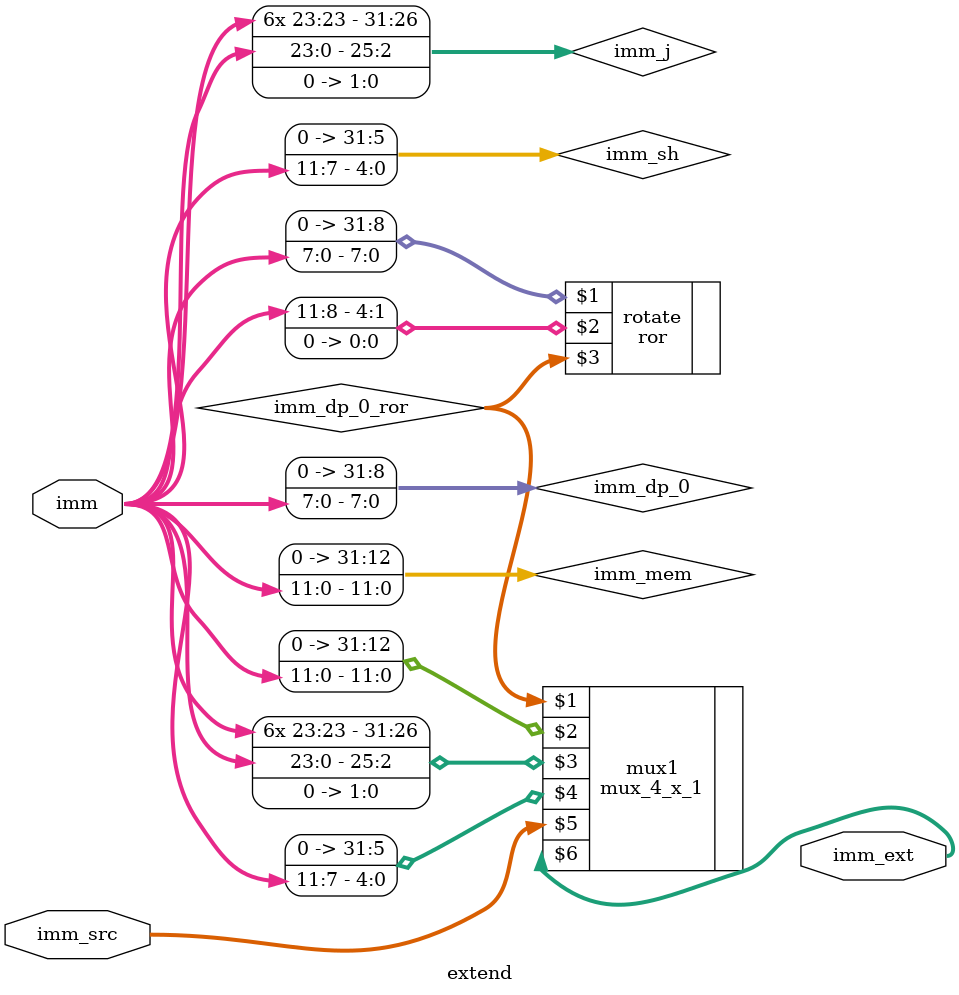
<source format=sv>
module extend(input logic [23:0] imm, input logic [1:0] imm_src,
				  output logic [31:0] imm_ext);
				  
  logic [31:0] imm_dp, imm_j, imm_mem, imm_dp_0, imm_dp_0_ror, imm_sh;

  assign imm_dp_0[31:8] = 24'b0;
  assign imm_dp_0[7:0] = imm[7:0];  
  assign imm_j = {{6{imm[23]}}, imm[23:0], 2'b00};
  assign imm_mem[31:12] = 20'b0;
  assign imm_mem[11:0] = imm[11:0];
  assign imm_sh[31:5] = 27'b0;
  assign imm_sh[4:0] = imm[11:7];
  
  ror #(32) rotate(imm_dp_0, {imm[11:8], 1'b0}, imm_dp_0_ror); 
  
  mux_4_x_1 #(32) mux1(imm_dp_0_ror, imm_mem, imm_j, imm_sh, imm_src, imm_ext);
				 
endmodule 
</source>
